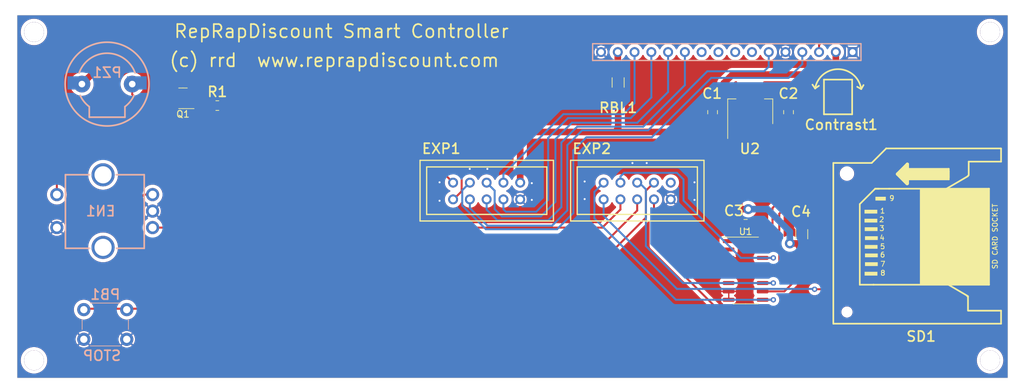
<source format=kicad_pcb>
(kicad_pcb (version 20221018) (generator pcbnew)
  (layers (0 "F.Cu" signal) (31 "B.Cu" signal) (34 "B.Paste" user) (35 "F.Paste" user) (36 "B.SilkS" user "B.Silkscreen") (37 "F.SilkS" user "F.Silkscreen") (38 "B.Mask" user) (39 "F.Mask" user) (44 "Edge.Cuts" user))
  (net 0 "")
  (net 1 "Net-(LCD1-Vo)")
  (net 2 "+3V3")
  (net 3 "BTN_ENC")
  (net 4 "BTN_EN2")
  (net 6 "GND")
  (net 8 "BTN_EN1")
  (net 9 "LCD7")
  (net 10 "LCD6")
  (net 11 "LCD5")
  (net 12 "LCD4")
  (net 13 "LCDRS")
  (net 14 "LCDE")
  (net 15 "/PB3_(MISO)")
  (net 16 "/PB1_(SCK)")
  (net 17 "/SD_CSEL")
  (net 18 "/PB2_(MOSI)")
  (net 19 "BEEPER")
  (net 20 "/RESET")
  (net 21 "/KILL")
  (net 25 "VCC")
  (net 27 "Net-(LCD1-A+)")
  (net 28 "Net-(PZ1-+)")
  (net 29 "Net-(Q1-B)")
  (net 30 "Net-(SD1-CS{slash}DAT3)")
  (net 31 "Net-(SD1-DI{slash}CMD)")
  (net 32 "Net-(SD1-SCLK{slash}CLK)")
  (net 39 "SD_DET")
  (footprint "Resistor_SMD:R_1206_3216Metric_Pad1.30x1.75mm_HandSolder" (layer "F.Cu") (at 164.5011 87.7036 -90)
    (fp_text reference "RBL1" (at 3.833 -0.005) (layer "F.SilkS") (effects (font (size 1.524 1.524) (thickness 0.254) bold)))
    (fp_text value "68")
    (pad "1" smd roundrect (at -1.55 0 270) (size 1.3 1.75) (layers "F.Cu" "F.Paste" "F.Mask") (roundrect_rratio 0.1923076923) (net 27 "Net-(LCD1-A+)"))
    (pad "2" smd roundrect (at 1.55 0 270) (size 1.3 1.75) (layers "F.Cu" "F.Paste" "F.Mask") (roundrect_rratio 0.1923076923) (net 25 "VCC"))
  )
  (footprint "reprapdiscount_smart_controller:SD_card socket" (layer "F.Cu") (at 208.1011 111.0036 90)
    (fp_text reference "SD1" (at -16.1 -0.1 unlocked) (layer "F.SilkS") (effects (font (size 1.524 1.524) (thickness 0.254)) (justify left bottom)))
    (fp_text value "SD card" hide)
    (pad "" np_thru_hole circle locked (at -11.5 -8.95 90) (size 1.2 1.2) (drill 1.2) (layers "F&B.Cu" "*.Mask"))
    (pad "" np_thru_hole circle locked (at 9.49 -8.95 90) (size 1.7 1.7) (drill 1.7) (layers "F&B.Cu" "*.Mask"))
    (pad "1" smd rect locked (at 6.85798 -11.91719 90) (size 1.2 1.8) (layers "F.Cu" "F.Paste" "F.Mask") (net 30 "Net-(SD1-CS{slash}DAT3)"))
    (pad "2" smd rect locked (at 4.36878 -11.91719 90) (size 1.2 1.8) (layers "F.Cu" "F.Paste" "F.Mask") (net 31 "Net-(SD1-DI{slash}CMD)"))
    (pad "3" smd rect locked (at 1.87501 -11.90799 90) (size 1.2 1.8) (layers "F.Cu" "F.Paste" "F.Mask") (net 6 "GND"))
    (pad "4" smd rect locked (at -0.62501 -11.90799 90) (size 1.2 1.8) (layers "F.Cu" "F.Paste" "F.Mask") (net 2 "+3V3"))
    (pad "5" smd rect locked (at -3.12498 -11.90799 90) (size 1.2 1.8) (layers "F.Cu" "F.Paste" "F.Mask") (net 32 "Net-(SD1-SCLK{slash}CLK)"))
    (pad "6" smd rect locked (at -5.625 -11.90799 90) (size 1.2 1.8) (layers "F.Cu" "F.Paste" "F.Mask") (net 6 "GND"))
    (pad "7" smd rect locked (at -8.04999 -11.90799 90) (size 1.2 1.8) (layers "F.Cu" "F.Paste" "F.Mask") (net 15 "/PB3_(MISO)"))
    (pad "8" smd rect locked (at -9.75362 -11.91724 90) (size 1.1 1.8) (layers "F.Cu" "F.Paste" "F.Mask"))
    (pad "9" smd rect locked (at 9.37497 -11.90799 90) (size 1.2 1.8) (layers "F.Cu" "F.Paste" "F.Mask"))
    (pad "10" smd rect locked (at -11.04998 -11.90799 90) (size 0.7 1.8) (layers "F.Cu" "F.Paste" "F.Mask") (net 39 "SD_DET"))
    (pad "11" smd rect locked (at -12.24282 -11.91724 90) (size 0.7 1.8) (layers "F.Cu" "F.Paste" "F.Mask"))
    (pad "12" smd rect locked (at -13.86842 -9.77439 90) (size 1.5 2.79999) (layers "F.Cu" "F.Paste" "F.Mask") (net 6 "GND"))
    (pad "12" smd rect locked (at -13.86842 11.91721 90) (size 1.5 2.79999) (layers "F.Cu" "F.Paste" "F.Mask") (net 6 "GND"))
    (pad "12" smd rect locked (at 11.68398 -9.77439 90) (size 1.5 2.79999) (layers "F.Cu" "F.Paste" "F.Mask") (net 6 "GND"))
    (pad "12" smd rect locked (at 13.86838 11.86641 90) (size 1.5 2.79999) (layers "F.Cu" "F.Paste" "F.Mask") (net 6 "GND"))
  )
  (footprint "Capacitor_SMD:C_1206_3216Metric_Pad1.33x1.80mm_HandSolder" (layer "F.Cu") (at 192.3011 110.7036 -90)
    (fp_text reference "C4" (at -3.419 0.109) (layer "F.SilkS") (effects (font (size 1.524 1.524) (thickness 0.254) bold)))
    (fp_text value "1uF")
    (pad "1" smd roundrect (at -1.5625 0 270) (size 1.325 1.8) (layers "F.Cu" "F.Paste" "F.Mask") (roundrect_rratio 0.1886792453) (net 6 "GND"))
    (pad "2" smd roundrect (at 1.5625 0 270) (size 1.325 1.8) (layers "F.Cu" "F.Paste" "F.Mask") (roundrect_rratio 0.1886792453) (net 2 "+3V3"))
  )
  (footprint "reprapdiscount_smart_controller:MountingHole_3mm" (layer "F.Cu") (at 76.0411 129.82761)
    (fp_text reference "H3")
    (fp_text value "MountingHole")
    (pad "" thru_hole circle (at 0 0) (size 3 3) (drill 3) (layers "*.Cu" "*.Mask"))
  )
  (footprint "reprapdiscount_smart_controller:MountingHole_3mm" (layer "F.Cu") (at 220.8211 129.82761)
    (fp_text reference "H4")
    (fp_text value "MountingHole")
    (pad "" thru_hole circle (at 0 0) (size 3 3) (drill 3) (layers "*.Cu" "*.Mask"))
  )
  (footprint "reprapdiscount_smart_controller:SO-16_3.9x9.9mm_P1.27mm" (layer "F.Cu") (at 183.8011 116.2036)
    (fp_text reference "U1" (at 0 -5.9) (layer "F.SilkS"))
    (fp_text value "74HC4050")
    (pad "1" smd roundrect (at -2.575 -4.445) (size 1.75 0.6) (layers "F.Cu" "F.Paste" "F.Mask") (net 2 "+3V3"))
    (pad "2" smd roundrect (at -2.575 -3.175) (size 1.75 0.6) (layers "F.Cu" "F.Paste" "F.Mask"))
    (pad "3" smd roundrect (at -2.575 -1.905) (size 1.75 0.6) (layers "F.Cu" "F.Paste" "F.Mask") (net 6 "GND"))
    (pad "4" smd roundrect (at -2.575 -0.635) (size 1.75 0.6) (layers "F.Cu" "F.Paste" "F.Mask"))
    (pad "5" smd roundrect (at -2.575 0.635) (size 1.75 0.6) (layers "F.Cu" "F.Paste" "F.Mask") (net 6 "GND"))
    (pad "6" smd roundrect (at -2.575 1.905) (size 1.75 0.6) (layers "F.Cu" "F.Paste" "F.Mask"))
    (pad "7" smd roundrect (at -2.575 3.175) (size 1.75 0.6) (layers "F.Cu" "F.Paste" "F.Mask") (net 6 "GND"))
    (pad "8" smd roundrect (at -2.575 4.445) (size 1.75 0.6) (layers "F.Cu" "F.Paste" "F.Mask") (net 6 "GND"))
    (pad "9" smd roundrect (at 2.575 4.445) (size 1.75 0.6) (layers "F.Cu" "F.Paste" "F.Mask") (net 16 "/PB1_(SCK)"))
    (pad "10" smd roundrect (at 2.575 3.175) (size 1.75 0.6) (layers "F.Cu" "F.Paste" "F.Mask") (net 32 "Net-(SD1-SCLK{slash}CLK)"))
    (pad "11" smd roundrect (at 2.575 1.905) (size 1.75 0.6) (layers "F.Cu" "F.Paste" "F.Mask") (net 18 "/PB2_(MOSI)"))
    (pad "12" smd roundrect (at 2.575 0.635) (size 1.75 0.6) (layers "F.Cu" "F.Paste" "F.Mask") (net 31 "Net-(SD1-DI{slash}CMD)"))
    (pad "13" smd roundrect (at 2.575 -0.635) (size 1.75 0.6) (layers "F.Cu" "F.Paste" "F.Mask"))
    (pad "14" smd roundrect (at 2.575 -1.905) (size 1.75 0.6) (layers "F.Cu" "F.Paste" "F.Mask") (net 17 "/SD_CSEL"))
    (pad "15" smd roundrect (at 2.575 -3.175) (size 1.75 0.6) (layers "F.Cu" "F.Paste" "F.Mask") (net 30 "Net-(SD1-CS{slash}DAT3)"))
    (pad "16" smd roundrect (at 2.575 -4.445) (size 1.75 0.6) (layers "F.Cu" "F.Paste" "F.Mask"))
  )
  (footprint "Package_TO_SOT_SMD:SOT-23" (layer "F.Cu") (at 98.6011 90.1036 180)
    (fp_text reference "Q1" (at 0 -2.4 180) (layer "F.SilkS"))
    (fp_text value "BC817")
    (pad "1" smd roundrect (at -0.9375 -0.95 180) (size 1.475 0.6) (layers "F.Cu" "F.Paste" "F.Mask") (net 29 "Net-(Q1-B)"))
    (pad "2" smd roundrect (at -0.9375 0.95 180) (size 1.475 0.6) (layers "F.Cu" "F.Paste" "F.Mask") (net 6 "GND"))
    (pad "3" smd roundrect (at 0.9375 0 180) (size 1.475 0.6) (layers "F.Cu" "F.Paste" "F.Mask") (net 28 "Net-(PZ1-+)"))
  )
  (footprint "Resistor_SMD:R_0805_2012Metric_Pad1.20x1.40mm_HandSolder" (layer "F.Cu") (at 103.8011 91.2036)
    (fp_text reference "R1" (at 0 -2.08) (layer "F.SilkS") (effects (font (size 1.524 1.524) (thickness 0.254) bold)))
    (fp_text value "1K")
    (pad "1" smd roundrect (at -1 0) (size 1.2 1.4) (layers "F.Cu" "F.Paste" "F.Mask") (roundrect_rratio 0.2083333333) (net 29 "Net-(Q1-B)"))
    (pad "2" smd roundrect (at 1 0) (size 1.2 1.4) (layers "F.Cu" "F.Paste" "F.Mask") (roundrect_rratio 0.2083333333) (net 19 "BEEPER"))
  )
  (footprint "reprapdiscount_smart_controller:MountingHole_3mm" (layer "F.Cu") (at 220.8211 80.04361)
    (fp_text reference "H2")
    (fp_text value "MountingHole")
    (pad "" thru_hole circle (at 0 0) (size 3 3) (drill 3) (layers "*.Cu" "*.Mask"))
  )
  (footprint "reprapdiscount_smart_controller:RES TRIMPOT" (layer "F.Cu") (at 197.8011 89.7036 180)
    (fp_text reference "Contrast1" (at 5.2 -5.3 unlocked) (layer "F.SilkS") (effects (font (size 1.524 1.524) (thickness 0.254)) (justify left bottom)))
    (fp_text value "10K" hide)
    (pad "1" smd rect (at -1.13848 1.52324 270) (size 1.2 1.4) (layers "F.Cu" "F.Paste" "F.Mask") (net 6 "GND"))
    (pad "2" smd rect (at -0.03312 -1.52324 180) (size 1.6 1.8) (layers "F.Cu" "F.Paste" "F.Mask") (net 1 "Net-(LCD1-Vo)"))
    (pad "3" smd rect (at 1.13848 1.52324 270) (size 1.2 1.4) (layers "F.Cu" "F.Paste" "F.Mask") (net 25 "VCC"))
  )
  (footprint "reprapdiscount_smart_controller:HDR2X5_EXP" (layer "F.Cu") (at 134.5011 108.7036)
    (fp_text reference "EXP1" (at 0.14557 -10.0724 unlocked) (layer "F.SilkS") (effects (font (size 1.524 1.524) (thickness 0.254)) (justify left bottom)))
    (fp_text value "Header 5X2" hide)
    (pad "1" thru_hole circle (at 5.00384 -3.27665) (size 1.5 1.5) (drill 0.9) (layers "*.Cu" "*.Mask") (net 19 "BEEPER"))
    (pad "2" thru_hole circle (at 5.00384 -5.81665) (size 1.5 1.5) (drill 0.9) (layers "*.Cu" "*.Mask") (net 3 "BTN_ENC"))
    (pad "3" thru_hole circle (at 7.54384 -3.27665) (size 1.5 1.5) (drill 0.9) (layers "*.Cu" "*.Mask") (net 14 "LCDE"))
    (pad "4" thru_hole circle (at 7.54384 -5.81665) (size 1.5 1.5) (drill 0.9) (layers "*.Cu" "*.Mask") (net 13 "LCDRS"))
    (pad "5" thru_hole circle (at 10.08384 -3.27665) (size 1.5 1.5) (drill 0.9) (layers "*.Cu" "*.Mask") (net 12 "LCD4"))
    (pad "6" thru_hole circle (at 10.08384 -5.81665) (size 1.5 1.5) (drill 0.9) (layers "*.Cu" "*.Mask") (net 11 "LCD5"))
    (pad "7" thru_hole circle (at 12.62384 -3.27665) (size 1.5 1.5) (drill 0.9) (layers "*.Cu" "*.Mask") (net 10 "LCD6"))
    (pad "8" thru_hole circle (at 12.62384 -5.81665) (size 1.5 1.5) (drill 0.9) (layers "*.Cu" "*.Mask") (net 9 "LCD7"))
    (pad "9" thru_hole circle (at 15.16384 -3.27665) (size 1.5 1.5) (drill 0.9) (layers "*.Cu" "*.Mask") (net 6 "GND"))
    (pad "10" thru_hole circle (at 15.16384 -5.81665) (size 1.5 1.5) (drill 0.9) (layers "*.Cu" "*.Mask") (net 25 "VCC"))
  )
  (footprint "reprapdiscount_smart_controller:MountingHole_3mm" (layer "F.Cu") (at 76.0411 80.04361)
    (fp_text reference "H1")
    (fp_text value "MountingHole")
    (pad "" thru_hole circle (at 0 0) (size 3 3) (drill 3) (layers "*.Cu" "*.Mask"))
  )
  (footprint "Package_TO_SOT_SMD:SOT-223" (layer "F.Cu") (at 184.5011 92.1036 90)
    (fp_text reference "U2" (at -5.656 -0.056 180) (layer "F.SilkS") (effects (font (size 1.524 1.524) (thickness 0.254) bold)))
    (fp_text value "MIC5209")
    (pad "1" smd rect (at -3.15 -2.3 90) (size 2 1.5) (layers "F.Cu" "F.Paste" "F.Mask") (net 25 "VCC"))
    (pad "2" smd rect (at -3.15 0 90) (size 2 1.5) (layers "F.Cu" "F.Paste" "F.Mask") (net 6 "GND"))
    (pad "3" smd rect (at -3.15 2.3 90) (size 2 1.5) (layers "F.Cu" "F.Paste" "F.Mask") (net 2 "+3V3"))
    (pad "4" smd rect (at 3.15 0 90) (size 2 3.8) (layers "F.Cu" "F.Paste" "F.Mask") (net 6 "GND"))
  )
  (footprint "Capacitor_SMD:C_0805_2012Metric_Pad1.18x1.45mm_HandSolder" (layer "F.Cu") (at 183.8011 109.2036 180)
    (fp_text reference "C3" (at 1.769 2.046 180) (layer "F.SilkS") (effects (font (size 1.524 1.524) (thickness 0.254) bold)))
    (fp_text value "100nF")
    (pad "1" smd roundrect (at -1.0375 0 180) (size 1.175 1.45) (layers "F.Cu" "F.Paste" "F.Mask") (roundrect_rratio 0.2127659574) (net 6 "GND"))
    (pad "2" smd roundrect (at 1.0375 0 180) (size 1.175 1.45) (layers "F.Cu" "F.Paste" "F.Mask") (roundrect_rratio 0.2127659574) (net 2 "+3V3"))
  )
  (footprint "Capacitor_SMD:C_0805_2012Metric_Pad1.18x1.45mm_HandSolder" (layer "F.Cu") (at 178.8011 92.2036 -90)
    (fp_text reference "C1" (at -2.826 0.071) (layer "F.SilkS") (effects (font (size 1.524 1.524) (thickness 0.254) bold)))
    (fp_text value "100nF")
    (pad "1" smd roundrect (at -1.0375 0 270) (size 1.175 1.45) (layers "F.Cu" "F.Paste" "F.Mask") (roundrect_rratio 0.2127659574) (net 6 "GND"))
    (pad "2" smd roundrect (at 1.0375 0 270) (size 1.175 1.45) (layers "F.Cu" "F.Paste" "F.Mask") (roundrect_rratio 0.2127659574) (net 25 "VCC"))
  )
  (footprint "reprapdiscount_smart_controller:HDR2X5_EXP" (layer "F.Cu") (at 157.3011 108.7036)
    (fp_text reference "EXP2" (at 0.14259 -10.0644 unlocked) (layer "F.SilkS") (effects (font (size 1.524 1.524) (thickness 0.254)) (justify left bottom)))
    (fp_text value "Header 5X2" hide)
    (pad "1" thru_hole circle (at 5.00384 -3.27665) (size 1.5 1.5) (drill 0.9) (layers "*.Cu" "*.Mask") (net 15 "/PB3_(MISO)"))
    (pad "2" thru_hole circle (at 5.00384 -5.81665) (size 1.5 1.5) (drill 0.9) (layers "*.Cu" "*.Mask") (net 16 "/PB1_(SCK)"))
    (pad "3" thru_hole circle (at 7.54384 -3.27665) (size 1.5 1.5) (drill 0.9) (layers "*.Cu" "*.Mask") (net 4 "BTN_EN2"))
    (pad "4" thru_hole circle (at 7.54384 -5.81665) (size 1.5 1.5) (drill 0.9) (layers "*.Cu" "*.Mask") (net 17 "/SD_CSEL"))
    (pad "5" thru_hole circle (at 10.08384 -3.27665) (size 1.5 1.5) (drill 0.9) (layers "*.Cu" "*.Mask") (net 8 "BTN_EN1"))
    (pad "6" thru_hole circle (at 10.08384 -5.81665) (size 1.5 1.5) (drill 0.9) (layers "*.Cu" "*.Mask") (net 18 "/PB2_(MOSI)"))
    (pad "7" thru_hole circle (at 12.62384 -3.27665) (size 1.5 1.5) (drill 0.9) (layers "*.Cu" "*.Mask") (net 39 "SD_DET"))
    (pad "8" thru_hole circle (at 12.62384 -5.81665) (size 1.5 1.5) (drill 0.9) (layers "*.Cu" "*.Mask") (net 20 "/RESET"))
    (pad "9" thru_hole circle (at 15.16384 -3.27665) (size 1.5 1.5) (drill 0.9) (layers "*.Cu" "*.Mask") (net 6 "GND"))
    (pad "10" thru_hole circle (at 15.16384 -5.81665) (size 1.5 1.5) (drill 0.9) (layers "*.Cu" "*.Mask") (net 21 "/KILL"))
  )
  (footprint "Capacitor_SMD:C_0805_2012Metric_Pad1.18x1.45mm_HandSolder" (layer "F.Cu") (at 190.3011 92.2036 -90)
    (fp_text reference "C2" (at -2.826 0.014) (layer "F.SilkS") (effects (font (size 1.524 1.524) (thickness 0.254) bold)))
    (fp_text value "100nF")
    (pad "1" smd roundrect (at -1.0375 0 270) (size 1.175 1.45) (layers "F.Cu" "F.Paste" "F.Mask") (roundrect_rratio 0.2127659574) (net 6 "GND"))
    (pad "2" smd roundrect (at 1.0375 0 270) (size 1.175 1.45) (layers "F.Cu" "F.Paste" "F.Mask") (roundrect_rratio 0.2127659574) (net 2 "+3V3"))
  )
  (footprint "Button_Switch_THT:SW_PUSH_6mm_H5mm" (layer "B.Cu") (at 90.0841 122.1436 180)
    (fp_text reference "PB1" (at 3.25 2.286) (layer "B.SilkS") (effects (font (size 1.524 1.524) (thickness 0.254) bold) (justify mirror)))
    (fp_text value "STOP" (at 3.75 -6.985) (layer "B.SilkS") (effects (font (size 1.524 1.524) (thickness 0.254) bold) (justify mirror)))
    (pad "1" thru_hole circle locked (at 0 0 90) (size 2 2) (drill 1.1) (layers "*.Cu" "*.Mask") (net 20 "/RESET"))
    (pad "1" thru_hole circle locked (at 6.5 0 90) (size 2 2) (drill 1.1) (layers "*.Cu" "*.Mask") (net 20 "/RESET"))
    (pad "2" thru_hole circle locked (at 0 -4.5 90) (size 2 2) (drill 1.1) (layers "*.Cu" "*.Mask") (net 6 "GND"))
    (pad "2" thru_hole circle locked (at 6.5 -4.5 90) (size 2 2) (drill 1.1) (layers "*.Cu" "*.Mask") (net 6 "GND"))
  )
  (footprint "reprapdiscount_smart_controller:ROTARY ENCODER" (layer "B.Cu") (at 94.0011 107.2036)
    (fp_text reference "EN1" (at -5.5 0.9 unlocked) (layer "B.SilkS") (effects (font (size 1.524 1.524) (thickness 0.254)) (justify left bottom mirror)))
    (fp_text value "BC111E5244B2" hide)
    (pad "1" thru_hole circle locked (at 0 -2.5) (size 2 2) (drill 1.2) (layers "*.Cu" "*.Mask") (net 8 "BTN_EN1"))
    (pad "2" thru_hole circle locked (at 0 0) (size 2 2) (drill 1.2) (layers "*.Cu" "*.Mask") (net 6 "GND"))
    (pad "3" thru_hole circle locked (at 0 2.5) (size 2 2) (drill 1.2) (layers "*.Cu" "*.Mask") (net 4 "BTN_EN2"))
    (pad "4" thru_hole circle locked (at -14.5 2.5) (size 2 2) (drill 1.2) (layers "*.Cu" "*.Mask") (net 6 "GND"))
    (pad "5" thru_hole circle locked (at -14.5 -2.5) (size 2 2) (drill 1.2) (layers "*.Cu" "*.Mask") (net 3 "BTN_ENC"))
    (pad "6" thru_hole circle locked (at -7.5 5.5) (size 3.5 3.5) (drill 2.6) (layers "*.Cu" "*.Mask"))
    (pad "7" thru_hole circle locked (at -7.5 -5.5) (size 3.5 3.5) (drill 2.6) (layers "*.Cu" "*.Mask"))
  )
  (footprint "reprapdiscount_smart_controller:PIEZO 11MM" (layer "B.Cu") (at 83.29666 87.94414)
    (fp_text reference "PZ1" (at 3.80444 -1.74054 unlocked) (layer "B.SilkS") (effects (font (size 1.524 1.524) (thickness 0.254)) (justify mirror)))
    (fp_text value "PIEZO" hide)
    (pad "1" smd rect (at -0.6858 -0.1778 180) (size 3 2) (layers "B.Cu" "B.Paste" "B.Mask") (net 25 "VCC"))
    (pad "1" thru_hole circle (at 0 0) (size 2.54 2.54) (drill 1) (layers "*.Cu" "*.Mask") (net 25 "VCC"))
    (pad "2" thru_hole circle (at 7.62 0) (size 2.54 2.54) (drill 1) (layers "*.Cu" "*.Mask") (net 28 "Net-(PZ1-+)"))
    (pad "2" smd rect (at 8.3142 -0.1778 180) (size 3 2) (layers "B.Cu" "B.Paste" "B.Mask") (net 28 "Net-(PZ1-+)"))
  )
  (footprint "reprapdiscount_smart_controller:HDR1X16" (layer "B.Cu") (at 200.00533 83.09293 180)
    (fp_text reference "LCD1" hide)
    (fp_text value "Character lcd" hide)
    (pad "1" thru_hole rect locked (at -0.00001 0) (size 1.5 1.5) (drill 0.9) (layers "*.Cu" "*.Mask") (net 6 "GND"))
    (pad "2" thru_hole circle locked (at 2.53999 0) (size 1.5 1.5) (drill 0.9) (layers "*.Cu" "*.Mask") (net 25 "VCC"))
    (pad "3" thru_hole circle locked (at 5.07999 0) (size 1.5 1.5) (drill 0.9) (layers "*.Cu" "*.Mask") (net 1 "Net-(LCD1-Vo)"))
    (pad "4" thru_hole circle locked (at 7.61999 0) (size 1.5 1.5) (drill 0.9) (layers "*.Cu" "*.Mask") (net 13 "LCDRS"))
    (pad "5" thru_hole circle locked (at 10.15999 0) (size 1.5 1.5) (drill 0.9) (layers "*.Cu" "*.Mask") (net 6 "GND"))
    (pad "6" thru_hole circle locked (at 12.69999 0) (size 1.5 1.5) (drill 0.9) (layers "*.Cu" "*.Mask") (net 14 "LCDE"))
    (pad "7" thru_hole circle locked (at 15.23999 0) (size 1.5 1.5) (drill 0.9) (layers "*.Cu" "*.Mask"))
    (pad "8" thru_hole circle locked (at 17.77999 0) (size 1.5 1.5) (drill 0.9) (layers "*.Cu" "*.Mask"))
    (pad "9" thru_hole circle locked (at 20.31999 0) (size 1.5 1.5) (drill 0.9) (layers "*.Cu" "*.Mask"))
    (pad "10" thru_hole circle locked (at 22.85999 0) (size 1.5 1.5) (drill 0.9) (layers "*.Cu" "*.Mask"))
    (pad "11" thru_hole circle locked (at 25.39999 0) (size 1.5 1.5) (drill 0.9) (layers "*.Cu" "*.Mask") (net 12 "LCD4"))
    (pad "12" thru_hole circle locked (at 27.93999 0) (size 1.5 1.5) (drill 0.9) (layers "*.Cu" "*.Mask") (net 11 "LCD5"))
    (pad "13" thru_hole circle locked (at 30.47999 0) (size 1.5 1.5) (drill 0.9) (layers "*.Cu" "*.Mask") (net 10 "LCD6"))
    (pad "14" thru_hole circle locked (at 33.01999 0) (size 1.5 1.5) (drill 0.9) (layers "*.Cu" "*.Mask") (net 9 "LCD7"))
    (pad "15" thru_hole circle locked (at 35.55999 0) (size 1.5 1.5) (drill 0.9) (layers "*.Cu" "*.Mask") (net 27 "Net-(LCD1-A+)"))
    (pad "16" thru_hole circle locked (at 38.09999 0) (size 1.5 1.5) (drill 0.9) (layers "*.Cu" "*.Mask") (net 6 "GND"))
  )
  (gr_line (start 208.29519 102.08979) (end 214.56772 102.08979) (stroke (width 0.254)) (layer "F.SilkS"))
  (gr_line (start 214.56772 102.08979) (end 214.56772 101.13993) (stroke (width 0.254)) (layer "F.SilkS"))
  (gr_line (start 194.32768 88.60511) (end 194.90111 88.20359) (stroke (width 0.254)) (layer "F.SilkS"))
  (gr_rect (start 201.84344 109.65269) (end 203.77897 110.22617) (fill solid) (layer "F.SilkS"))
  (gr_arc (start 194.327693 88.605102) (mid 197.858284 85.683847) (end 201.306939 88.701392) (stroke (width 0.254)) (layer "F.SilkS"))
  (gr_line (start 205.53528 103.81024) (end 220.66103 103.81024) (stroke (width 0.254)) (layer "F.SilkS"))
  (gr_rect (start 208.29519 101.98225) (end 214.56772 102.39444) (fill solid) (layer "F.SilkS"))
  (gr_line (start 206.80772 101.58799) (end 208.29519 100.10046) (stroke (width 0.508)) (layer "F.SilkS"))
  (gr_rect (start 207.05862 101.22954) (end 207.883 101.83889) (fill solid) (layer "F.SilkS"))
  (gr_line (start 208.34899 100.79942) (end 214.56772 100.79942) (stroke (width 0.254)) (layer "F.SilkS"))
  (gr_line (start 201.09074 106.14002) (end 203.42053 103.81024) (stroke (width 0.254)) (layer "F.SilkS"))
  (gr_line (start 201.09074 118.3625) (end 201.09074 106.14002) (stroke (width 0.254)) (layer "F.SilkS"))
  (gr_rect (start 203.45639 105.02893) (end 205.03348 105.60241) (fill solid) (layer "F.SilkS"))
  (gr_rect (start 201.80763 107.00027) (end 203.74316 107.57375) (fill solid) (layer "F.SilkS"))
  (gr_rect (start 210.19486 103.81024) (end 220.66103 118.3625) (fill solid) (layer "F.SilkS"))
  (gr_rect (start 201.80763 108.36232) (end 203.74316 108.9358) (fill solid) (layer "F.SilkS"))
  (gr_line (start 208.52821 102.39444) (end 214.56772 102.39444) (stroke (width 0.254)) (layer "F.SilkS"))
  (gr_line (start 208.29519 100.85322) (end 208.34899 100.79942) (stroke (width 0.254)) (layer "F.SilkS"))
  (gr_line (start 203.42053 103.81024) (end 203.99406 103.81024) (stroke (width 0.254)) (layer "F.SilkS"))
  (gr_rect (start 208.29519 101.13993) (end 214.56772 102.08979) (fill solid) (layer "F.SilkS"))
  (gr_rect (start 207.883 101.83889) (end 208.29519 102.73495) (fill solid) (layer "F.SilkS"))
  (gr_line (start 201.30694 88.70138) (end 201.65695 88.09518) (stroke (width 0.254)) (layer "F.SilkS"))
  (gr_line (start 201.09074 118.3625) (end 203.16962 118.3625) (stroke (width 0.254)) (layer "F.SilkS"))
  (gr_rect (start 207.33639 101.05931) (end 208.02636 101.53419) (fill solid) (layer "F.SilkS"))
  (gr_line (start 203.16962 118.3625) (end 203.16962 118.3625) (stroke (width 0.254)) (layer "F.SilkS"))
  (gr_line (start 208.29519 101.13993) (end 214.56772 101.13993) (stroke (width 0.254)) (layer "F.SilkS"))
  (gr_rect (start 207.33639 101.53419) (end 207.91887 102.10772) (fill solid) (layer "F.SilkS"))
  (gr_rect (start 201.82556 116.40909) (end 203.76109 116.98257) (fill solid) (layer "F.SilkS"))
  (gr_rect (start 208.29519 100.79942) (end 214.56772 101.6776) (fill solid) (layer "F.SilkS"))
  (gr_line (start 203.42053 103.81024) (end 205.53528 103.81024) (stroke (width 0.254)) (layer "F.SilkS"))
  (gr_rect (start 201.8793 114.95743) (end 203.81484 115.53091) (fill solid) (layer "F.SilkS"))
  (gr_rect (start 201.8793 111.01469) (end 203.81484 111.58817) (fill solid) (layer "F.SilkS"))
  (gr_rect (start 201.84344 112.34088) (end 203.77897 112.91436) (fill solid) (layer "F.SilkS"))
  (gr_line (start 206.80772 101.58799) (end 208.25933 103.0396) (stroke (width 0.508)) (layer "F.SilkS"))
  (gr_line (start 200.70074 88.35141) (end 201.30694 88.70138) (stroke (width 0.254)) (layer "F.SilkS"))
  (gr_rect (start 201.8793 113.63125) (end 203.81484 114.20473) (fill solid) (layer "F.SilkS"))
  (gr_line (start 193.92621 88.03168) (end 194.32768 88.60511) (stroke (width 0.254)) (layer "F.SilkS"))
  (gr_line (start 214.56772 102.39444) (end 214.56772 100.79942) (stroke (width 0.254)) (layer "F.SilkS"))
  (gr_line (start 220.66103 118.3625) (end 220.66103 103.81024) (stroke (width 0.254)) (layer "F.SilkS"))
  (gr_line (start 208.29519 103.00373) (end 208.29519 100.10046) (stroke (width 0.5)) (layer "F.SilkS"))
  (gr_line (start 208.29519 102.08979) (end 208.29519 101.13993) (stroke (width 0.254)) (layer "F.SilkS"))
  (gr_rect (start 207.57835 100.60232) (end 208.29519 102.41237) (fill solid) (layer "F.SilkS"))
  (gr_line (start 208.47441 102.34069) (end 208.52821 102.39444) (stroke (width 0.254)) (layer "F.SilkS"))
  (gr_line (start 203.16962 118.3625) (end 220.66103 118.3625) (stroke (width 0.254)) (layer "F.SilkS"))
  (gr_line (start 73.5011 77.5036) (end 73.5011 132.5036) (stroke (width 0.05)) (layer "Edge.Cuts"))
  (gr_line (start 223.5011 77.5036) (end 73.5011 77.5036) (stroke (width 0.05)) (layer "Edge.Cuts"))
  (gr_line (start 73.5011 132.5036) (end 223.5011 132.5036) (stroke (width 0.05)) (layer "Edge.Cuts"))
  (gr_line (start 223.5011 132.5036) (end 223.5011 77.5036) (stroke (width 0.05)) (layer "Edge.Cuts"))
  (gr_text "1" (at 204.10155 107.60961) (layer "F.SilkS") (effects (font (size 0.762 0.762) (thickness 0.127)) (justify left bottom)))
  (gr_text "(c) rrd  www.reprapdiscount.com" (at 96.4011 85.5036 360) (layer "F.SilkS") (effects (font (size 2 2) (thickness 0.254)) (justify left bottom)))
  (gr_text "5" (at 204.10155 113.02192) (layer "F.SilkS") (effects (font (size 0.762 0.762) (thickness 0.127)) (justify left bottom)))
  (gr_text "8" (at 204.13739 117.03634) (layer "F.SilkS") (effects (font (size 0.762 0.762) (thickness 0.127)) (justify left bottom)))
  (gr_text "6" (at 204.10155 114.27642) (layer "F.SilkS") (effects (font (size 0.762 0.762) (thickness 0.127)) (justify left bottom)))
  (gr_text "3" (at 203.99403 110.26201) (layer "F.SilkS") (effects (font (size 0.762 0.762) (thickness 0.127)) (justify left bottom)))
  (gr_text "9" (at 205.5011 105.7036) (layer "F.SilkS") (effects (font (size 0.762 0.762) (thickness 0.127)) (justify left bottom)))
  (gr_text "2" (at 203.95819 108.9358) (layer "F.SilkS") (effects (font (size 0.762 0.762) (thickness 0.127)) (justify left bottom)))
  (gr_text "SD CARD SOCKET" (at 222.02308 116.06857 90) (layer "F.SilkS") (effects (font (size 0.762 0.762) (thickness 0.127)) (justify left bottom)))
  (gr_text "4" (at 204.02987 111.69571) (layer "F.SilkS") (effects (font (size 0.762 0.762) (thickness 0.127)) (justify left bottom)))
  (gr_text "RepRapDiscount Smart Controller" (at 97.1011 81.1036 360) (layer "F.SilkS") (effects (font (size 2 2) (thickness 0.254)) (justify left bottom)))
  (gr_text "7" (at 204.13739 115.67429) (layer "F.SilkS") (effects (font (size 0.762 0.762) (thickness 0.127)) (justify left bottom)))
  (segment (start 194.92534 82.0036) (end 195.72534 81.2036) (width 0.3) (layer "F.Cu") (net 1))
  (segment (start 194.92534 83.09293) (end 194.92534 82.0036) (width 0.3) (layer "F.Cu") (net 1))
  (segment (start 202.6011 88.7036) (end 202.6011 81.5036) (width 0.3) (layer "F.Cu") (net 1))
  (segment (start 197.83424 91.22686) (end 200.07784 91.22686) (width 0.3) (layer "F.Cu") (net 1))
  (segment (start 200.07784 91.22686) (end 202.6011 88.7036) (width 0.3) (layer "F.Cu") (net 1))
  (segment (start 195.72534 81.2036) (end 202.3011 81.2036) (width 0.3) (layer "F.Cu") (net 1))
  (segment (start 202.3011 81.2036) (end 202.6011 81.5036) (width 0.3) (layer "F.Cu") (net 1))
  (segment (start 190.50114 112.10364) (end 192.30112 112.10364) (width 1) (layer "F.Cu") (net 2))
  (segment (start 192.30112 112.10364) (end 193.70106 112.10364) (width 1) (layer "F.Cu") (net 2))
  (segment (start 181.2511 111.75861) (end 181.2511 109.7536) (width 0.3) (layer "F.Cu") (net 2))
  (segment (start 182.85108 109.20363) (end 182.85108 105.45362) (width 1) (layer "F.Cu") (net 2))
  (segment (start 190.30112 94.3036) (end 190.30112 93.15361) (width 1) (layer "F.Cu") (net 2))
  (segment (start 189.40112 95.2036) (end 190.30112 94.3036) (width 1) (layer "F.Cu") (net 2))
  (segment (start 184.1911 106.9036) (end 184.2011 106.9036) (width 1) (layer "F.Cu") (net 2))
  (segment (start 182.95108 106.9036) (end 184.1911 106.9036) (width 1) (layer "F.Cu") (net 2))
  (segment (start 181.2511 109.7536) (end 181.80107 109.20363) (width 0.3) (layer "F.Cu") (net 2))
  (segment (start 194.17609 111.62861) (end 196.19311 111.62861) (width 1) (layer "F.Cu") (net 2))
  (segment (start 181.80107 109.20363) (end 182.85108 109.20363) (width 0.3) (layer "F.Cu") (net 2))
  (segment (start 186.80105 101.50365) (end 186.80105 95.2036) (width 1) (layer "F.Cu") (net 2))
  (segment (start 186.80105 95.2036) (end 189.40112 95.2036) (width 1) (layer "F.Cu") (net 2))
  (segment (start 193.70106 112.10364) (end 194.17609 111.62861) (width 1) (layer "F.Cu") (net 2))
  (segment (start 182.85108 105.45362) (end 186.80105 101.50365) (width 1) (layer "F.Cu") (net 2))
  (via (at 190.50114 112.10364) (size 1.5) (drill 0.8) (layers "F.Cu" "B.Cu") (net 2))
  (via (at 184.2011 106.9036) (size 1.5) (drill 0.8) (layers "F.Cu" "B.Cu") (net 2))
  (segment (start 184.2011 106.9036) (end 187.1011 106.9036) (width 1) (layer "B.Cu") (net 2))
  (segment (start 190.50114 111.94364) (end 190.50114 110.30364) (width 1) (layer "B.Cu") (net 2))
  (segment (start 187.1011 106.9036) (end 190.50114 110.30364) (width 1) (layer "B.Cu") (net 2))
  (segment (start 190.5411 111.9836) (end 190.50114 111.94364) (width 1) (layer "B.Cu") (net 2))
  (segment (start 190.50114 112.10364) (end 190.50114 112.02356) (width 1) (layer "B.Cu") (net 2))
  (segment (start 190.50114 112.02356) (end 190.5411 111.9836) (width 1) (layer "B.Cu") (net 2))
  (segment (start 135.52159 98.9036) (end 139.50493 102.88695) (width 0.3) (layer "F.Cu") (net 3))
  (segment (start 80.5011 98.9036) (end 135.52159 98.9036) (width 0.3) (layer "F.Cu") (net 3))
  (segment (start 79.50109 104.7036) (end 79.50109 99.90361) (width 0.3) (layer "F.Cu") (net 3))
  (segment (start 79.50109 99.90361) (end 80.5011 98.9036) (width 0.3) (layer "F.Cu") (net 3))
  (segment (start 162.10111 109.70359) (end 164.84494 106.95976) (width 0.3) (layer "F.Cu") (net 4))
  (segment (start 94.00109 109.70359) (end 162.10111 109.70359) (width 0.3) (layer "F.Cu") (net 4))
  (segment (start 164.84494 106.95976) (end 164.84494 105.42695) (width 0.3) (layer "F.Cu") (net 4))
  (segment (start 179.1111 114.6506) (end 179.1111 116.35962) (width 0.2) (layer "F.Cu") (net 6))
  (segment (start 183.0481 116.5556) (end 182.76509 116.83861) (width 0.2) (layer "F.Cu") (net 6))
  (segment (start 182.69611 114.29861) (end 183.0481 114.6506) (width 0.2) (layer "F.Cu") (net 6))
  (segment (start 179.46309 114.29861) (end 179.1111 114.6506) (width 0.2) (layer "F.Cu") (net 6))
  (segment (start 183.1751 119.66162) (end 182.89209 119.37861) (width 0.2) (layer "F.Cu") (net 6))
  (segment (start 182.89209 119.37861) (end 183.0481 119.2226) (width 0.2) (layer "F.Cu") (net 6))
  (segment (start 183.0481 119.2226) (end 183.0481 117.0636) (width 0.2) (layer "F.Cu") (net 6))
  (segment (start 183.01909 120.64861) (end 183.1751 120.4926) (width 0.2) (layer "F.Cu") (net 6))
  (segment (start 182.76509 116.83861) (end 181.2511 116.83861) (width 0.2) (layer "F.Cu") (net 6))
  (segment (start 181.2511 120.64861) (end 183.01909 120.64861) (width 0.2) (layer "F.Cu") (net 6))
  (segment (start 183.0481 114.6506) (end 183.0481 116.5556) (width 0.2) (layer "F.Cu") (net 6))
  (segment (start 179.2381 119.0956) (end 179.5556 119.4131) (width 0.2) (layer "F.Cu") (net 6))
  (segment (start 181.2511 116.83861) (end 179.59009 116.83861) (width 0.2) (layer "F.Cu") (net 6))
  (segment (start 179.59009 116.83861) (end 179.2381 117.1906) (width 0.2) (layer "F.Cu") (net 6))
  (segment (start 183.0481 117.0636) (end 182.82311 116.83861) (width 0.2) (layer "F.Cu") (net 6))
  (segment (start 181.2511 114.29861) (end 179.46309 114.29861) (width 0.2) (layer "F.Cu") (net 6))
  (segment (start 178.75911 91.25359) (end 177.0791 92.9336) (width 0.2) (layer "F.Cu") (net 6))
  (segment (start 179.5556 119.4131) (end 179.59009 119.37861) (width 0.2) (layer "F.Cu") (net 6))
  (segment (start 192.30112 109.30365) (end 196.01805 109.30365) (width 0.3) (layer "F.Cu") (net 6))
  (segment (start 183.1751 120.4926) (end 183.1751 119.66162) (width 0.2) (layer "F.Cu") (net 6))
  (segment (start 179.59009 119.37861) (end 181.2511 119.37861) (width 0.2) (layer "F.Cu") (net 6))
  (segment (start 181.2511 120.64861) (end 179.71161 120.64861) (width 0.2) (layer "F.Cu") (net 6))
  (segment (start 181.2511 119.37861) (end 182.89209 119.37861) (width 0.2) (layer "F.Cu") (net 6))
  (segment (start 179.71161 120.64861) (end 179.5556 120.4926) (width 0.2) (layer "F.Cu") (net 6))
  (segment (start 181.2511 114.29861) (end 182.69611 114.29861) (width 0.2) (layer "F.Cu") (net 6))
  (segment (start 182.82311 116.83861) (end 181.2511 116.83861) (width 0.2) (layer "F.Cu") (net 6))
  (segment (start 179.2381 117.1906) (end 179.2381 119.0956) (width 0.2) (layer "F.Cu") (net 6))
  (segment (start 181.2511 120.64861) (end 181.2511 119.37861) (width 0.2) (layer "F.Cu") (net 6))
  (segment (start 179.1111 116.35962) (end 179.59009 116.83861) (width 0.2) (layer "F.Cu") (net 6))
  (segment (start 196.01805 109.30365) (end 196.19311 109.12859) (width 0.3) (layer "F.Cu") (net 6))
  (segment (start 179.5556 120.4926) (end 179.5556 119.4131) (width 0.2) (layer "F.Cu") (net 6))
  (segment (start 178.80112 91.25359) (end 178.75911 91.25359) (width 0.2) (layer "F.Cu") (net 6))
  (via (at 151.4251 105.5066) (size 0.6) (drill 0.3) (layers "F.Cu" "B.Cu") (net 6))
  (via (at 176.0631 105.5066) (size 0.6) (drill 0.3) (layers "F.Cu" "B.Cu") (net 6))
  (via (at 166.6651 99.9186) (size 0.6) (drill 0.3) (layers "F.Cu" "B.Cu") (net 6))
  (via (at 137.4551 102.8396) (size 0.6) (drill 0.3) (layers "F.Cu" "B.Cu") (net 6))
  (via (at 144.6941 100.8076) (size 0.6) (drill 0.3) (layers "F.Cu" "B.Cu") (net 6))
  (via (at 176.0631 102.8396) (size 0.6) (drill 0.3) (layers "F.Cu" "B.Cu") (net 6))
  (via (at 159.4261 102.7126) (size 0.6) (drill 0.3) (layers "F.Cu" "B.Cu") (net 6))
  (via (at 159.4261 105.3796) (size 0.6) (drill 0.3) (layers "F.Cu" "B.Cu") (net 6))
  (via (at 151.4251 102.9666) (size 0.6) (drill 0.3) (layers "F.Cu" "B.Cu") (net 6))
  (via (at 137.4551 105.6336) (size 0.6) (drill 0.3) (layers "F.Cu" "B.Cu") (net 6))
  (via (at 142.0271 100.8076) (size 0.6) (drill 0.3) (layers "F.Cu" "B.Cu") (net 6))
  (via (at 168.8241 99.9186) (size 0.6) (drill 0.3) (layers "F.Cu" "B.Cu") (net 6))
  (segment (start 92.3011 110.6036) (end 92.3011 105.1036) (width 0.3) (layer "F.Cu") (net 8))
  (segment (start 92.3011 105.1036) (end 92.7011 104.7036) (width 0.3) (layer "F.Cu") (net 8))
  (segment (start 92.7011 104.7036) (end 94.00109 104.7036) (width 0.3) (layer "F.Cu") (net 8))
  (segment (start 93.1011 111.4036) (end 163.1011 111.4036) (width 0.3) (layer "F.Cu") (net 8))
  (segment (start 163.1011 111.4036) (end 167.38494 107.11976) (width 0.3) (layer "F.Cu") (net 8))
  (segment (start 167.38494 107.11976) (end 167.38494 105.42695) (width 0.3) (layer "F.Cu") (net 8))
  (segment (start 92.3011 110.6036) (end 93.1011 111.4036) (width 0.3) (layer "F.Cu") (net 8))
  (segment (start 147.12493 101.57977) (end 156.2011 92.5036) (width 0.3) (layer "B.Cu") (net 9))
  (segment (start 165.3011 92.5036) (end 166.98534 90.81936) (width 0.3) (layer "B.Cu") (net 9))
  (segment (start 147.12493 102.88695) (end 147.12493 101.57977) (width 0.3) (layer "B.Cu") (net 9))
  (segment (start 166.98534 90.81936) (end 166.98534 83.09293) (width 0.3) (layer "B.Cu") (net 9))
  (segment (start 156.2011 92.5036) (end 165.3011 92.5036) (width 0.3) (layer "B.Cu") (net 9))
  (segment (start 147.12493 106.92743) (end 147.12493 105.42695) (width 0.3) (layer "B.Cu") (net 10))
  (segment (start 147.12493 106.92743) (end 147.5011 107.3036) (width 0.3) (layer "B.Cu") (net 10))
  (segment (start 166.4011 93.1036) (end 169.52534 89.97936) (width 0.3) (layer "B.Cu") (net 10))
  (segment (start 152.1011 107.3036) (end 153.9011 105.5036) (width 0.3) (layer "B.Cu") (net 10))
  (segment (start 169.52534 89.97936) (end 169.52534 83.09293) (width 0.3) (layer "B.Cu") (net 10))
  (segment (start 153.9011 105.5036) (end 153.9011 96.1036) (width 0.3) (layer "B.Cu") (net 10))
  (segment (start 147.5011 107.3036) (end 152.1011 107.3036) (width 0.3) (layer "B.Cu") (net 10))
  (segment (start 156.9011 93.1036) (end 166.4011 93.1036) (width 0.3) (layer "B.Cu") (net 10))
  (segment (start 153.9011 96.1036) (end 156.9011 93.1036) (width 0.3) (layer "B.Cu") (net 10))
  (segment (start 157.5011 93.8036) (end 167.4011 93.8036) (width 0.3) (layer "B.Cu") (net 11))
  (segment (start 155.0011 96.3036) (end 157.5011 93.8036) (width 0.3) (layer "B.Cu") (net 11))
  (segment (start 145.8011 106.9036) (end 145.8011 104.10311) (width 0.3) (layer "B.Cu") (net 11))
  (segment (start 167.4011 93.8036) (end 172.06534 89.13936) (width 0.3) (layer "B.Cu") (net 11))
  (segment (start 144.58493 102.88695) (end 145.8011 104.10311) (width 0.3) (layer "B.Cu") (net 11))
  (segment (start 155.0011 105.8036) (end 155.0011 96.3036) (width 0.3) (layer "B.Cu") (net 11))
  (segment (start 172.06534 89.13936) (end 172.06534 83.09293) (width 0.3) (layer "B.Cu") (net 11))
  (segment (start 152.8011 108.0036) (end 155.0011 105.8036) (width 0.3) (layer "B.Cu") (net 11))
  (segment (start 146.9011 108.0036) (end 152.8011 108.0036) (width 0.3) (layer "B.Cu") (net 11))
  (segment (start 145.8011 106.9036) (end 146.9011 108.0036) (width 0.3) (layer "B.Cu") (net 11))
  (segment (start 144.58493 106.98743) (end 146.2011 108.6036) (width 0.3) (layer "B.Cu") (net 12))
  (segment (start 174.60534 88.09936) (end 174.60534 83.09293) (width 0.3) (layer "B.Cu") (net 12))
  (segment (start 144.58493 106.98743) (end 144.58493 105.42695) (width 0.3) (layer "B.Cu") (net 12))
  (segment (start 153.9011 108.6036) (end 155.9011 106.6036) (width 0.3) (layer "B.Cu") (net 12))
  (segment (start 146.2011 108.6036) (end 153.9011 108.6036) (width 0.3) (layer "B.Cu") (net 12))
  (segment (start 168.3011 94.4036) (end 174.60534 88.09936) (width 0.3) (layer "B.Cu") (net 12))
  (segment (start 155.9011 106.6036) (end 155.9011 96.8036) (width 0.3) (layer "B.Cu") (net 12))
  (segment (start 155.9011 96.8036) (end 158.3011 94.4036) (width 0.3) (layer "B.Cu") (net 12))
  (segment (start 158.3011 94.4036) (end 168.3011 94.4036) (width 0.3) (layer "B.Cu") (net 12))
  (segment (start 157.7011 107.5036) (end 157.7011 98.0036) (width 0.3) (layer "B.Cu") (net 13))
  (segment (start 157.7011 98.0036) (end 159.7011 96.0036) (width 0.3) (layer "B.Cu") (net 13))
  (segment (start 144.47163 109.9576) (end 155.2471 109.9576) (width 0.3) (layer "B.Cu") (net 13))
  (segment (start 192.38534 84.91936) (end 192.38534 83.09293) (width 0.3) (layer "B.Cu") (net 13))
  (segment (start 178.6011 87.0036) (end 190.3011 87.0036) (width 0.3) (layer "B.Cu") (net 13))
  (segment (start 140.89093 106.3769) (end 144.47163 109.9576) (width 0.3) (layer "B.Cu") (net 13))
  (segment (start 155.2471 109.9576) (end 157.7011 107.5036) (width 0.3) (layer "B.Cu") (net 13))
  (segment (start 140.89093 106.3769) (end 140.89093 104.04095) (width 0.3) (layer "B.Cu") (net 13))
  (segment (start 190.3011 87.0036) (end 192.38534 84.91936) (width 0.3) (layer "B.Cu") (net 13))
  (segment (start 140.89093 104.04095) (end 142.04493 102.88695) (width 0.3) (layer "B.Cu") (net 13))
  (segment (start 159.7011 96.0036) (end 169.6011 96.0036) (width 0.3) (layer "B.Cu") (net 13))
  (segment (start 169.6011 96.0036) (end 178.6011 87.0036) (width 0.3) (layer "B.Cu") (net 13))
  (segment (start 178.0011 86.0036) (end 186.6011 86.0036) (width 0.3) (layer "B.Cu") (net 14))
  (segment (start 156.8011 97.2036) (end 159.0471 94.9576) (width 0.3) (layer "B.Cu") (net 14))
  (segment (start 154.5011 109.4036) (end 156.8011 107.1036) (width 0.3) (layer "B.Cu") (net 14))
  (segment (start 142.04493 106.74743) (end 144.7011 109.4036) (width 0.3) (layer "B.Cu") (net 14))
  (segment (start 159.0471 94.9576) (end 169.0471 94.9576) (width 0.3) (layer "B.Cu") (net 14))
  (segment (start 187.30534 85.29936) (end 187.30534 83.09293) (width 0.3) (layer "B.Cu") (net 14))
  (segment (start 169.0471 94.9576) (end 178.0011 86.0036) (width 0.3) (layer "B.Cu") (net 14))
  (segment (start 156.8011 107.1036) (end 156.8011 97.2036) (width 0.3) (layer "B.Cu") (net 14))
  (segment (start 186.6011 86.0036) (end 187.30534 85.29936) (width 0.3) (layer "B.Cu") (net 14))
  (segment (start 142.04493 106.74743) (end 142.04493 105.42695) (width 0.3) (layer "B.Cu") (net 14))
  (segment (start 144.7011 109.4036) (end 154.5011 109.4036) (width 0.3) (layer "B.Cu") (net 14))
  (segment (start 194.25111 119.05359) (end 196.19311 119.05359) (width 0.3) (layer "F.Cu") (net 15))
  (via (at 194.25111 119.05359) (size 0.8) (drill 0.4) (layers "F.Cu" "B.Cu") (net 15))
  (segment (start 194.2011 119.0036) (end 194.4011 119.2036) (width 0.3) (layer "B.Cu") (net 15))
  (segment (start 162.30494 107.90744) (end 173.4011 119.0036) (width 0.3) (layer "B.Cu") (net 15))
  (segment (start 173.4011 119.0036) (end 194.2011 119.0036) (width 0.3) (layer "B.Cu") (net 15))
  (segment (start 162.30494 107.90744) (end 162.30494 105.42695) (width 0.3) (layer "B.Cu") (net 15))
  (segment (start 186.35112 120.64861) (end 188.0011 120.64861) (width 0.3) (layer "F.Cu") (net 16))
  (via (at 188.0011 120.64861) (size 0.8) (drill 0.4) (layers "F.Cu" "B.Cu") (net 16))
  (segment (start 160.9011 108.3036) (end 160.9011 104.29078) (width 0.3) (layer "B.Cu") (net 16))
  (segment (start 173.24611 120.64861) (end 188.0011 120.64861) (width 0.3) (layer "B.Cu") (net 16))
  (segment (start 160.9011 108.3036) (end 173.24611 120.64861) (width 0.3) (layer "B.Cu") (net 16))
  (segment (start 160.9011 104.29078) (end 162.30494 102.88695) (width 0.3) (layer "B.Cu") (net 16))
  (segment (start 186.35112 114.29861) (end 188.0011 114.29861) (width 0.3) (layer "F.Cu") (net 17))
  (via (at 188.0011 114.29861) (size 0.8) (drill 0.4) (layers "F.Cu" "B.Cu") (net 17))
  (segment (start 173.4011 101.4036) (end 174.4011 102.4036) (width 0.3) (layer "B.Cu") (net 17))
  (segment (start 164.84494 102.88695) (end 164.84494 101.95976) (width 0.3) (layer "B.Cu") (net 17))
  (segment (start 183.09611 114.29861) (end 188.0011 114.29861) (width 0.3) (layer "B.Cu") (net 17))
  (segment (start 164.84494 101.95976) (end 165.4011 101.4036) (width 0.3) (layer "B.Cu") (net 17))
  (segment (start 174.4011 105.6036) (end 174.4011 102.4036) (width 0.3) (layer "B.Cu") (net 17))
  (segment (start 165.4011 101.4036) (end 173.4011 101.4036) (width 0.3) (layer "B.Cu") (net 17))
  (segment (start 174.4011 105.6036) (end 183.09611 114.29861) (width 0.3) (layer "B.Cu") (net 17))
  (segment (start 186.35112 118.10861) (end 188.0011 118.10861) (width 0.3) (layer "F.Cu") (net 18))
  (via (at 188.0011 118.10861) (size 0.8) (drill 0.4) (layers "F.Cu" "B.Cu") (net 18))
  (segment (start 168.7011 112.5036) (end 168.7011 103.9036) (width 0.3) (layer "B.Cu") (net 18))
  (segment (start 168.7011 112.5036) (end 174.30611 118.10861) (width 0.3) (layer "B.Cu") (net 18))
  (segment (start 167.38494 102.88695) (end 167.68445 102.88695) (width 0.3) (layer "B.Cu") (net 18))
  (segment (start 167.68445 102.88695) (end 168.7011 103.9036) (width 0.3) (layer "B.Cu") (net 18))
  (segment (start 174.30611 118.10861) (end 188.0011 118.10861) (width 0.3) (layer "B.Cu") (net 18))
  (segment (start 139.57776 105.42695) (end 140.8011 104.2036) (width 0.3) (layer "F.Cu") (net 19))
  (segment (start 104.75113 91.20361) (end 130.30111 91.20361) (width 0.3) (layer "F.Cu") (net 19))
  (segment (start 140.8011 104.2036) (end 140.8011 101.7036) (width 0.3) (layer "F.Cu") (net 19))
  (segment (start 130.30111 91.20361) (end 140.8011 101.7036) (width 0.3) (layer "F.Cu") (net 19))
  (segment (start 164.2011 112.7036) (end 168.7011 108.2036) (width 0.3) (layer "F.Cu") (net 20))
  (segment (start 83.40111 122.00359) (end 90.20109 122.00359) (width 0.3) (layer "F.Cu") (net 20))
  (segment (start 90.20109 122.00359) (end 92.60111 122.00359) (width 0.3) (layer "F.Cu") (net 20))
  (segment (start 168.7011 104.11078) (end 169.92494 102.88695) (width 0.3) (layer "F.Cu") (net 20))
  (segment (start 168.7011 108.2036) (end 168.7011 104.11078) (width 0.3) (layer "F.Cu") (net 20))
  (segment (start 101.9011 112.7036) (end 164.2011 112.7036) (width 0.3) (layer "F.Cu") (net 20))
  (segment (start 92.60111 122.00359) (end 101.9011 112.7036) (width 0.3) (layer "F.Cu") (net 20))
  (segment (start 196.9011 86.5036) (end 197.46534 85.93936) (width 1) (layer "F.Cu") (net 25))
  (segment (start 196.66264 88.18038) (end 196.66264 86.74207) (width 1) (layer "F.Cu") (net 25))
  (segment (start 139.5011 85.0036) (end 149.7011 95.2036) (width 1) (layer "F.Cu") (net 25))
  (segment (start 178.80112 94.60362) (end 179.4011 95.2036) (width 0.5) (layer "F.Cu") (net 25))
  (segment (start 180.5011 87.8036) (end 181.8011 86.5036) (width 1) (layer "F.Cu") (net 25))
  (segment (start 86.23719 85.0036) (end 139.5011 85.0036) (width 1) (layer "F.Cu") (net 25))
  (segment (start 197.46534 85.93936) (end 197.46534 83.09293) (width 1) (layer "F.Cu") (net 25))
  (segment (start 181.8011 86.5036) (end 196.9011 86.5036) (width 1) (layer "F.Cu") (net 25))
  (segment (start 164.60087 95.2036) (end 179.4011 95.2036) (width 1) (layer "F.Cu") (net 25))
  (segment (start 83.29666 87.94413) (end 86.23719 85.0036) (width 1) (layer "F.Cu") (net 25))
  (segment (start 164.30112 94.90385) (end 164.60087 95.2036) (width 1) (layer "F.Cu") (net 25))
  (segment (start 179.4011 95.2036) (end 180.5011 95.2036) (width 1) (layer "F.Cu") (net 25))
  (segment (start 149.66493 102.88695) (end 149.66493 95.2036) (width 1) (layer "F.Cu") (net 25))
  (segment (start 149.7011 95.2036) (end 164.60087 95.2036) (width 1) (layer "F.Cu") (net 25))
  (segment (start 180.5011 95.2036) (end 180.5011 87.8036) (width 1) (layer "F.Cu") (net 25))
  (segment (start 196.66264 86.74207) (end 196.9011 86.5036) (width 0.5) (layer "F.Cu") (net 25))
  (segment (start 164.50112 94.90385) (end 164.50112 89.10358) (width 1) (layer "F.Cu") (net 25))
  (segment (start 180.5011 95.2036) (end 182.20106 95.2036) (width 1) (layer "F.Cu") (net 25))
  (segment (start 178.80112 94.60362) (end 178.80112 93.15361) (width 0.5) (layer "F.Cu") (net 25))
  (segment (start 164.44534 86.15937) (end 164.44534 83.09293) (width 1) (layer "F.Cu") (net 27))
  (segment (start 164.30112 86.30359) (end 164.44534 86.15937) (width 1) (layer "F.Cu") (net 27))
  (segment (start 90.91666 89.51916) (end 90.91666 87.94413) (width 0.3) (layer "F.Cu") (net 28))
  (segment (start 91.50109 90.10358) (end 97.60108 90.10358) (width 0.3) (layer "F.Cu") (net 28))
  (segment (start 90.91666 89.51916) (end 91.50109 90.10358) (width 0.3) (layer "F.Cu") (net 28))
  (segment (start 102.70109 91.05359) (end 102.85111 91.20361) (width 0.3) (layer "F.Cu") (net 29))
  (segment (start 99.60112 91.05359) (end 102.70109 91.05359) (width 0.3) (layer "F.Cu") (net 29))
  (segment (start 187.87609 113.02861) (end 187.87609 106.72861) (width 0.3) (layer "F.Cu") (net 30))
  (segment (start 187.87609 106.72861) (end 190.45908 104.14562) (width 0.3) (layer "F.Cu") (net 30))
  (segment (start 190.45908 104.14562) (end 196.18391 104.14562) (width 0.3) (layer "F.Cu") (net 30))
  (segment (start 186.35112 113.02861) (end 187.87609 113.02861) (width 0.3) (layer "F.Cu") (net 30))
  (segment (start 188.9011 107.6036) (end 189.86989 106.63482) (width 0.3) (layer "F.Cu") (net 31))
  (segment (start 188.36609 116.83861) (end 188.9011 116.3036) (width 0.3) (layer "F.Cu") (net 31))
  (segment (start 188.9011 116.3036) (end 188.9011 107.6036) (width 0.3) (layer "F.Cu") (net 31))
  (segment (start 189.86989 106.63482) (end 195.9011 106.63482) (width 0.3) (layer "F.Cu") (net 31))
  (segment (start 186.35112 116.83861) (end 188.36609 116.83861) (width 0.3) (layer "F.Cu") (net 31))
  (segment (start 191.0011 118.05361) (end 191.0011 114.9036) (width 0.3) (layer "F.Cu") (net 32))
  (segment (start 191.0011 114.9036) (end 191.77612 114.12858) (width 0.3) (layer "F.Cu") (net 32))
  (segment (start 186.35112 119.37861) (end 189.67611 119.37861) (width 0.3) (layer "F.Cu") (net 32))
  (segment (start 191.77612 114.12858) (end 196.19311 114.12858) (width 0.3) (layer "F.Cu") (net 32))
  (segment (start 189.67611 119.37861) (end 191.0011 118.05361) (width 0.3) (layer "F.Cu") (net 32))
  (segment (start 179.55108 122.05358) (end 196.19311 122.05358) (width 0.3) (layer "F.Cu") (net 39))
  (segment (start 169.92494 112.42743) (end 179.55108 122.05358) (width 0.3) (layer "F.Cu") (net 39))
  (segment (start 169.92494 112.42743) (end 169.92494 105.42695) (width 0.3) (layer "F.Cu") (net 39))
  (zone (net 6) (net_name "GND") (layer "F.Cu") (connect_pads (clearance 0.508)) (min_thickness 0.25) (fill yes (thermal_gap 0.254) (thermal_bridge_width 0.254))
    (polygon (pts (xy 223.6011 77.4036) (xy 223.8011 77.6036) (xy 223.8011 132.5036) (xy 73.4011 132.5036) (xy 73.3011 132.6036) (xy 73.2011 132.5036) (xy 73.2011 77.4036)))
  )
  (zone (net 6) (net_name "GND") (layer "B.Cu") (connect_pads (clearance 0.508)) (min_thickness 0.25) (fill yes (thermal_gap 0.254) (thermal_bridge_width 0.254))
    (polygon (pts (xy 223.6011 77.4036) (xy 223.8011 77.6036) (xy 223.8011 132.5036) (xy 73.4011 132.5036) (xy 73.3011 132.6036) (xy 73.2011 132.5036) (xy 73.2011 77.4036)))
  )
)
</source>
